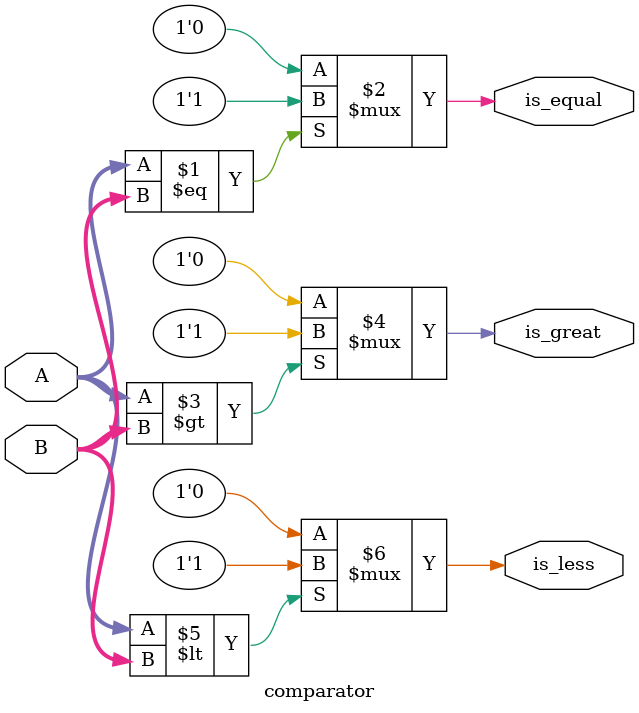
<source format=v>
`timescale 1ns / 1ps

module comparator(A, B, is_equal, is_great, is_less);
	parameter WIDTH = 8;

	input [WIDTH-1:0] A, B;
	output is_equal, is_great, is_less;

	assign is_equal = (A == B) ? 1'b1 : 1'b0;
	assign is_great = (A > B) ? 1'b1 : 1'b0;
	assign is_less = (A < B) ? 1'b1 : 1'b0;
endmodule
</source>
